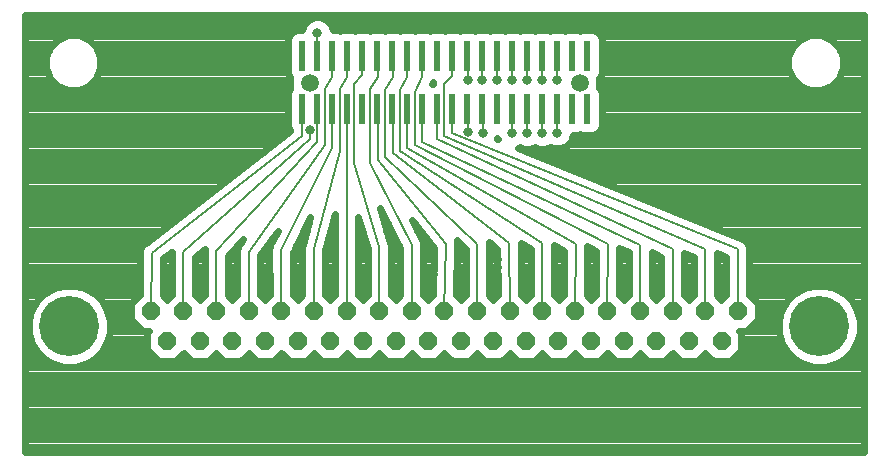
<source format=gtl>
G75*
%MOIN*%
%OFA0B0*%
%FSLAX25Y25*%
%IPPOS*%
%LPD*%
%AMOC8*
5,1,8,0,0,1.08239X$1,22.5*
%
%ADD10R,0.02362X0.09843*%
%ADD11C,0.05937*%
%ADD12OC8,0.06000*%
%ADD13C,0.20000*%
%ADD14C,0.00500*%
%ADD15C,0.03181*%
%ADD16C,0.02400*%
D10*
X0131846Y0142583D03*
X0136846Y0142583D03*
X0141846Y0142583D03*
X0146846Y0142583D03*
X0151846Y0142583D03*
X0156846Y0142583D03*
X0161846Y0142583D03*
X0166846Y0142583D03*
X0171846Y0142583D03*
X0176846Y0142583D03*
X0181846Y0142583D03*
X0186846Y0142583D03*
X0191846Y0142583D03*
X0196846Y0142583D03*
X0201846Y0142583D03*
X0206846Y0142583D03*
X0211846Y0142583D03*
X0216846Y0142583D03*
X0221846Y0142583D03*
X0226846Y0142583D03*
X0226846Y0160497D03*
X0221846Y0160497D03*
X0216846Y0160497D03*
X0211846Y0160497D03*
X0206846Y0160497D03*
X0201846Y0160497D03*
X0196846Y0160497D03*
X0191846Y0160497D03*
X0186846Y0160497D03*
X0181846Y0160497D03*
X0176846Y0160497D03*
X0171846Y0160497D03*
X0166846Y0160497D03*
X0161846Y0160497D03*
X0156846Y0160497D03*
X0151846Y0160497D03*
X0146846Y0160497D03*
X0141846Y0160497D03*
X0136846Y0160497D03*
X0131846Y0160497D03*
D11*
X0134346Y0151540D03*
X0224346Y0151540D03*
D12*
X0222748Y0075300D03*
X0233548Y0075300D03*
X0244448Y0075300D03*
X0255348Y0075300D03*
X0266148Y0075300D03*
X0277048Y0075300D03*
X0271648Y0065300D03*
X0260748Y0065300D03*
X0249848Y0065300D03*
X0239048Y0065300D03*
X0228148Y0065300D03*
X0217248Y0065300D03*
X0206448Y0065300D03*
X0195548Y0065300D03*
X0184648Y0065300D03*
X0173848Y0065300D03*
X0162948Y0065300D03*
X0152048Y0065300D03*
X0141248Y0065300D03*
X0130348Y0065300D03*
X0119448Y0065300D03*
X0108548Y0065300D03*
X0097748Y0065300D03*
X0086848Y0065300D03*
X0081448Y0075300D03*
X0092248Y0075300D03*
X0103148Y0075300D03*
X0114048Y0075300D03*
X0124848Y0075300D03*
X0135748Y0075300D03*
X0146648Y0075300D03*
X0157548Y0075300D03*
X0168348Y0075300D03*
X0179248Y0075300D03*
X0190148Y0075300D03*
X0200948Y0075300D03*
X0211848Y0075300D03*
D13*
X0304248Y0070300D03*
X0054248Y0070300D03*
D14*
X0081448Y0075300D02*
X0081645Y0094823D01*
X0131768Y0133627D01*
X0131768Y0142505D01*
X0131846Y0142583D01*
X0136846Y0142583D02*
X0136886Y0142544D01*
X0136886Y0131757D01*
X0103148Y0095263D01*
X0103148Y0075300D01*
X0092248Y0075300D02*
X0092248Y0094993D01*
X0134425Y0132741D01*
X0134425Y0135694D01*
X0139346Y0130772D02*
X0139346Y0149473D01*
X0141807Y0153410D01*
X0141807Y0160457D01*
X0141846Y0160497D01*
X0146728Y0160379D02*
X0146846Y0160497D01*
X0146728Y0160379D02*
X0146728Y0153410D01*
X0144268Y0149473D01*
X0144268Y0128706D01*
X0135748Y0096072D01*
X0135748Y0075300D01*
X0124848Y0075300D02*
X0124750Y0095802D01*
X0141807Y0129788D01*
X0141807Y0142544D01*
X0141846Y0142583D01*
X0146648Y0142385D02*
X0146846Y0142583D01*
X0146648Y0142385D02*
X0146648Y0075300D01*
X0157548Y0075300D02*
X0157548Y0096626D01*
X0149189Y0124769D01*
X0149189Y0150950D01*
X0151846Y0154099D01*
X0151846Y0160497D01*
X0156846Y0160497D02*
X0156965Y0159828D01*
X0156965Y0153410D01*
X0154307Y0149375D01*
X0154307Y0124769D01*
X0168348Y0097342D01*
X0168348Y0075300D01*
X0179248Y0075300D02*
X0179642Y0097761D01*
X0157260Y0125851D01*
X0156965Y0142465D01*
X0156846Y0142583D01*
X0161846Y0142583D02*
X0161984Y0142721D01*
X0161984Y0127918D01*
X0200751Y0098108D01*
X0200948Y0075300D01*
X0190148Y0075300D02*
X0190148Y0097786D01*
X0159524Y0126835D01*
X0159524Y0149178D01*
X0161984Y0153410D01*
X0161984Y0160359D01*
X0161846Y0160497D01*
X0166846Y0160497D02*
X0166906Y0160438D01*
X0166906Y0153410D01*
X0164445Y0148981D01*
X0164445Y0128902D01*
X0211848Y0098035D01*
X0211848Y0075300D01*
X0222748Y0075300D02*
X0222945Y0097666D01*
X0166906Y0129887D01*
X0166906Y0142524D01*
X0166846Y0142583D01*
X0171827Y0142564D02*
X0171846Y0142583D01*
X0171827Y0142564D02*
X0171827Y0131757D01*
X0244524Y0097446D01*
X0244448Y0075300D01*
X0233548Y0075300D02*
X0233697Y0097741D01*
X0169366Y0130772D01*
X0169366Y0148489D01*
X0171827Y0153410D01*
X0171827Y0160477D01*
X0171846Y0160497D01*
X0181669Y0160320D02*
X0181669Y0153902D01*
X0179209Y0151146D01*
X0179209Y0133725D01*
X0266177Y0095969D01*
X0266148Y0075300D01*
X0277048Y0075300D02*
X0277004Y0095969D01*
X0181669Y0134709D01*
X0181669Y0142406D01*
X0181846Y0142583D01*
X0176846Y0142583D02*
X0176748Y0142485D01*
X0176748Y0132741D01*
X0255350Y0095969D01*
X0255348Y0075300D01*
X0216906Y0134808D02*
X0216906Y0142328D01*
X0216846Y0142583D01*
X0211846Y0142583D02*
X0211689Y0142426D01*
X0211689Y0134709D01*
X0206768Y0134611D02*
X0206768Y0142505D01*
X0206846Y0142583D01*
X0201846Y0142583D02*
X0201846Y0134611D01*
X0192004Y0134709D02*
X0192004Y0142426D01*
X0191846Y0142583D01*
X0187083Y0142347D02*
X0186846Y0142583D01*
X0187083Y0142347D02*
X0187083Y0135202D01*
X0187083Y0152524D02*
X0187083Y0160261D01*
X0186846Y0160497D01*
X0186591Y0160241D01*
X0181846Y0160497D02*
X0181669Y0160320D01*
X0191807Y0160457D02*
X0191807Y0152426D01*
X0196925Y0152524D02*
X0196925Y0160418D01*
X0196846Y0160497D01*
X0201846Y0160497D02*
X0201846Y0152426D01*
X0206768Y0152426D02*
X0206768Y0160418D01*
X0206846Y0160497D01*
X0211846Y0160497D02*
X0211886Y0160457D01*
X0211886Y0152426D01*
X0216807Y0152426D02*
X0216807Y0160457D01*
X0216846Y0160497D01*
X0191846Y0160497D02*
X0191807Y0160457D01*
X0139346Y0130772D02*
X0113950Y0095238D01*
X0114048Y0075300D01*
X0136846Y0160497D02*
X0136886Y0160536D01*
X0136886Y0168174D01*
D15*
X0136886Y0168174D03*
X0134425Y0135694D03*
X0187083Y0135202D03*
X0192004Y0134709D03*
X0201846Y0134611D03*
X0206768Y0134611D03*
X0211689Y0134709D03*
X0216906Y0134808D03*
X0216807Y0152426D03*
X0211886Y0152426D03*
X0206768Y0152426D03*
X0201846Y0152426D03*
X0196925Y0152524D03*
X0191807Y0152426D03*
X0187083Y0152524D03*
D16*
X0039354Y0174170D02*
X0039354Y0028319D01*
X0319063Y0028319D01*
X0319063Y0174170D01*
X0039354Y0174170D01*
X0039354Y0174136D02*
X0319063Y0174136D01*
X0319063Y0171738D02*
X0140663Y0171738D01*
X0141286Y0171114D02*
X0139826Y0172574D01*
X0137918Y0173365D01*
X0135853Y0173365D01*
X0133946Y0172574D01*
X0132485Y0171114D01*
X0131695Y0169206D01*
X0131695Y0169018D01*
X0129949Y0169018D01*
X0128626Y0168470D01*
X0127613Y0167457D01*
X0127065Y0166134D01*
X0127065Y0154859D01*
X0127613Y0153536D01*
X0127932Y0153218D01*
X0127778Y0152847D01*
X0127778Y0150234D01*
X0127932Y0149862D01*
X0127613Y0149544D01*
X0127065Y0148221D01*
X0127065Y0136946D01*
X0127613Y0135623D01*
X0127807Y0135429D01*
X0079711Y0098195D01*
X0079497Y0098109D01*
X0079111Y0097730D01*
X0078682Y0097398D01*
X0078568Y0097198D01*
X0078403Y0097036D01*
X0078191Y0096538D01*
X0077922Y0096069D01*
X0077893Y0095840D01*
X0077803Y0095627D01*
X0077797Y0095086D01*
X0077729Y0094549D01*
X0077790Y0094327D01*
X0077654Y0080839D01*
X0074848Y0078034D01*
X0074848Y0072566D01*
X0078714Y0068700D01*
X0080914Y0068700D01*
X0080248Y0068034D01*
X0080248Y0062566D01*
X0084114Y0058700D01*
X0089582Y0058700D01*
X0092298Y0061416D01*
X0095014Y0058700D01*
X0100482Y0058700D01*
X0103148Y0061366D01*
X0105814Y0058700D01*
X0111282Y0058700D01*
X0113998Y0061416D01*
X0116714Y0058700D01*
X0122182Y0058700D01*
X0124898Y0061416D01*
X0127614Y0058700D01*
X0133082Y0058700D01*
X0135798Y0061416D01*
X0138514Y0058700D01*
X0143982Y0058700D01*
X0146648Y0061366D01*
X0149314Y0058700D01*
X0154782Y0058700D01*
X0157498Y0061416D01*
X0160214Y0058700D01*
X0165682Y0058700D01*
X0168398Y0061416D01*
X0171114Y0058700D01*
X0176582Y0058700D01*
X0179248Y0061366D01*
X0181914Y0058700D01*
X0187382Y0058700D01*
X0190098Y0061416D01*
X0192814Y0058700D01*
X0198282Y0058700D01*
X0200998Y0061416D01*
X0203714Y0058700D01*
X0209182Y0058700D01*
X0211848Y0061366D01*
X0214514Y0058700D01*
X0219982Y0058700D01*
X0222698Y0061416D01*
X0225414Y0058700D01*
X0230882Y0058700D01*
X0233598Y0061416D01*
X0236314Y0058700D01*
X0241782Y0058700D01*
X0244448Y0061366D01*
X0247114Y0058700D01*
X0252582Y0058700D01*
X0255298Y0061416D01*
X0258014Y0058700D01*
X0263482Y0058700D01*
X0266198Y0061416D01*
X0268914Y0058700D01*
X0274382Y0058700D01*
X0278248Y0062566D01*
X0278248Y0068034D01*
X0277582Y0068700D01*
X0279782Y0068700D01*
X0283648Y0072566D01*
X0283648Y0078034D01*
X0280886Y0080796D01*
X0280856Y0095221D01*
X0280859Y0095229D01*
X0280854Y0095988D01*
X0280852Y0096743D01*
X0280849Y0096752D01*
X0280849Y0096761D01*
X0280554Y0097460D01*
X0280263Y0098157D01*
X0280257Y0098164D01*
X0280253Y0098172D01*
X0279714Y0098704D01*
X0279178Y0099238D01*
X0279169Y0099241D01*
X0279163Y0099248D01*
X0278461Y0099533D01*
X0277762Y0099821D01*
X0277752Y0099821D01*
X0203885Y0129837D01*
X0204307Y0130012D01*
X0205735Y0129420D01*
X0207800Y0129420D01*
X0209347Y0130061D01*
X0210656Y0129519D01*
X0212721Y0129519D01*
X0214416Y0130221D01*
X0215873Y0129617D01*
X0217938Y0129617D01*
X0219846Y0130408D01*
X0221306Y0131868D01*
X0222096Y0133775D01*
X0222096Y0134062D01*
X0223744Y0134062D01*
X0224346Y0134312D01*
X0224949Y0134062D01*
X0228744Y0134062D01*
X0230067Y0134610D01*
X0231079Y0135623D01*
X0231628Y0136946D01*
X0231628Y0148221D01*
X0231079Y0149544D01*
X0230761Y0149862D01*
X0230915Y0150234D01*
X0230915Y0152847D01*
X0230761Y0153218D01*
X0231079Y0153536D01*
X0231628Y0154859D01*
X0231628Y0166134D01*
X0231079Y0167457D01*
X0230067Y0168470D01*
X0228744Y0169018D01*
X0224949Y0169018D01*
X0224346Y0168768D01*
X0223744Y0169018D01*
X0219949Y0169018D01*
X0219346Y0168768D01*
X0218744Y0169018D01*
X0214949Y0169018D01*
X0214346Y0168768D01*
X0213744Y0169018D01*
X0209949Y0169018D01*
X0209346Y0168768D01*
X0208744Y0169018D01*
X0204949Y0169018D01*
X0204346Y0168768D01*
X0203744Y0169018D01*
X0199949Y0169018D01*
X0199346Y0168768D01*
X0198744Y0169018D01*
X0194949Y0169018D01*
X0194346Y0168768D01*
X0193744Y0169018D01*
X0189949Y0169018D01*
X0189346Y0168768D01*
X0188744Y0169018D01*
X0184949Y0169018D01*
X0184346Y0168768D01*
X0183744Y0169018D01*
X0179949Y0169018D01*
X0179346Y0168768D01*
X0178744Y0169018D01*
X0174949Y0169018D01*
X0174346Y0168768D01*
X0173744Y0169018D01*
X0169949Y0169018D01*
X0169346Y0168768D01*
X0168744Y0169018D01*
X0164949Y0169018D01*
X0164346Y0168768D01*
X0163744Y0169018D01*
X0159949Y0169018D01*
X0159346Y0168768D01*
X0158744Y0169018D01*
X0154949Y0169018D01*
X0154346Y0168768D01*
X0153744Y0169018D01*
X0149949Y0169018D01*
X0149346Y0168768D01*
X0148744Y0169018D01*
X0144949Y0169018D01*
X0144346Y0168768D01*
X0143744Y0169018D01*
X0142076Y0169018D01*
X0142076Y0169206D01*
X0141286Y0171114D01*
X0142021Y0169339D02*
X0319063Y0169339D01*
X0319063Y0166941D02*
X0305664Y0166941D01*
X0304840Y0167282D02*
X0301215Y0167282D01*
X0297866Y0165895D01*
X0295303Y0163331D01*
X0293916Y0159983D01*
X0293916Y0156358D01*
X0295303Y0153009D01*
X0297866Y0150445D01*
X0301215Y0149058D01*
X0304840Y0149058D01*
X0308189Y0150445D01*
X0310752Y0153009D01*
X0312139Y0156358D01*
X0312139Y0159983D01*
X0310752Y0163331D01*
X0308189Y0165895D01*
X0304840Y0167282D01*
X0300391Y0166941D02*
X0231293Y0166941D01*
X0231628Y0164542D02*
X0296514Y0164542D01*
X0294811Y0162144D02*
X0231628Y0162144D01*
X0231628Y0159745D02*
X0293916Y0159745D01*
X0293916Y0157347D02*
X0231628Y0157347D01*
X0231628Y0154948D02*
X0294500Y0154948D01*
X0295762Y0152550D02*
X0230915Y0152550D01*
X0230881Y0150151D02*
X0298577Y0150151D01*
X0307478Y0150151D02*
X0319063Y0150151D01*
X0319063Y0147753D02*
X0231628Y0147753D01*
X0231628Y0145354D02*
X0319063Y0145354D01*
X0319063Y0142956D02*
X0231628Y0142956D01*
X0231628Y0140557D02*
X0319063Y0140557D01*
X0319063Y0138159D02*
X0231628Y0138159D01*
X0231136Y0135760D02*
X0319063Y0135760D01*
X0319063Y0133362D02*
X0221925Y0133362D01*
X0220401Y0130963D02*
X0319063Y0130963D01*
X0319063Y0128565D02*
X0207018Y0128565D01*
X0212920Y0126166D02*
X0319063Y0126166D01*
X0319063Y0123768D02*
X0218823Y0123768D01*
X0224725Y0121369D02*
X0319063Y0121369D01*
X0319063Y0118970D02*
X0230628Y0118970D01*
X0236530Y0116572D02*
X0319063Y0116572D01*
X0319063Y0114173D02*
X0242432Y0114173D01*
X0248335Y0111775D02*
X0319063Y0111775D01*
X0319063Y0109376D02*
X0254237Y0109376D01*
X0260140Y0106978D02*
X0319063Y0106978D01*
X0319063Y0104579D02*
X0266042Y0104579D01*
X0271945Y0102181D02*
X0319063Y0102181D01*
X0319063Y0099782D02*
X0277855Y0099782D01*
X0280586Y0097384D02*
X0319063Y0097384D01*
X0319063Y0094985D02*
X0280856Y0094985D01*
X0280861Y0092587D02*
X0319063Y0092587D01*
X0319063Y0090188D02*
X0280866Y0090188D01*
X0280871Y0087790D02*
X0319063Y0087790D01*
X0319063Y0085391D02*
X0280877Y0085391D01*
X0280882Y0082993D02*
X0299072Y0082993D01*
X0298999Y0082973D02*
X0295897Y0081183D01*
X0293365Y0078651D01*
X0291575Y0075549D01*
X0290648Y0072090D01*
X0290648Y0068510D01*
X0291575Y0065051D01*
X0293365Y0061949D01*
X0295897Y0059417D01*
X0298999Y0057627D01*
X0302458Y0056700D01*
X0306039Y0056700D01*
X0309497Y0057627D01*
X0312599Y0059417D01*
X0315131Y0061949D01*
X0316921Y0065051D01*
X0317848Y0068510D01*
X0317848Y0072090D01*
X0316921Y0075549D01*
X0315131Y0078651D01*
X0312599Y0081183D01*
X0309497Y0082973D01*
X0306039Y0083900D01*
X0302458Y0083900D01*
X0298999Y0082973D01*
X0295309Y0080594D02*
X0281088Y0080594D01*
X0283486Y0078196D02*
X0293103Y0078196D01*
X0291718Y0075797D02*
X0283648Y0075797D01*
X0283648Y0073399D02*
X0290999Y0073399D01*
X0290648Y0071000D02*
X0282082Y0071000D01*
X0277680Y0068602D02*
X0290648Y0068602D01*
X0291266Y0066203D02*
X0278248Y0066203D01*
X0278248Y0063805D02*
X0292294Y0063805D01*
X0293909Y0061406D02*
X0277088Y0061406D01*
X0274690Y0059008D02*
X0296607Y0059008D01*
X0311889Y0059008D02*
X0319063Y0059008D01*
X0319063Y0061406D02*
X0314588Y0061406D01*
X0316202Y0063805D02*
X0319063Y0063805D01*
X0319063Y0066203D02*
X0317230Y0066203D01*
X0317848Y0068602D02*
X0319063Y0068602D01*
X0319063Y0071000D02*
X0317848Y0071000D01*
X0317497Y0073399D02*
X0319063Y0073399D01*
X0319063Y0075797D02*
X0316778Y0075797D01*
X0315393Y0078196D02*
X0319063Y0078196D01*
X0319063Y0080594D02*
X0313187Y0080594D01*
X0309424Y0082993D02*
X0319063Y0082993D01*
X0319063Y0056609D02*
X0039354Y0056609D01*
X0039354Y0054211D02*
X0319063Y0054211D01*
X0319063Y0051812D02*
X0039354Y0051812D01*
X0039354Y0049414D02*
X0319063Y0049414D01*
X0319063Y0047015D02*
X0039354Y0047015D01*
X0039354Y0044617D02*
X0319063Y0044617D01*
X0319063Y0042218D02*
X0039354Y0042218D01*
X0039354Y0039820D02*
X0319063Y0039820D01*
X0319063Y0037421D02*
X0039354Y0037421D01*
X0039354Y0035023D02*
X0319063Y0035023D01*
X0319063Y0032624D02*
X0039354Y0032624D01*
X0039354Y0030226D02*
X0319063Y0030226D01*
X0268607Y0059008D02*
X0263790Y0059008D01*
X0266188Y0061406D02*
X0266208Y0061406D01*
X0257707Y0059008D02*
X0252890Y0059008D01*
X0255288Y0061406D02*
X0255308Y0061406D01*
X0246807Y0059008D02*
X0242090Y0059008D01*
X0236007Y0059008D02*
X0231190Y0059008D01*
X0233588Y0061406D02*
X0233608Y0061406D01*
X0225107Y0059008D02*
X0220290Y0059008D01*
X0222688Y0061406D02*
X0222708Y0061406D01*
X0214207Y0059008D02*
X0209490Y0059008D01*
X0203407Y0059008D02*
X0198590Y0059008D01*
X0200988Y0061406D02*
X0201008Y0061406D01*
X0192507Y0059008D02*
X0187690Y0059008D01*
X0190088Y0061406D02*
X0190108Y0061406D01*
X0181607Y0059008D02*
X0176890Y0059008D01*
X0170807Y0059008D02*
X0165990Y0059008D01*
X0168388Y0061406D02*
X0168408Y0061406D01*
X0159907Y0059008D02*
X0155090Y0059008D01*
X0157488Y0061406D02*
X0157508Y0061406D01*
X0149007Y0059008D02*
X0144290Y0059008D01*
X0138207Y0059008D02*
X0133390Y0059008D01*
X0135788Y0061406D02*
X0135808Y0061406D01*
X0127307Y0059008D02*
X0122490Y0059008D01*
X0124888Y0061406D02*
X0124908Y0061406D01*
X0116407Y0059008D02*
X0111590Y0059008D01*
X0113988Y0061406D02*
X0114008Y0061406D01*
X0105507Y0059008D02*
X0100790Y0059008D01*
X0094707Y0059008D02*
X0089890Y0059008D01*
X0092288Y0061406D02*
X0092308Y0061406D01*
X0083807Y0059008D02*
X0061889Y0059008D01*
X0062599Y0059417D02*
X0059497Y0057627D01*
X0056039Y0056700D01*
X0052458Y0056700D01*
X0048999Y0057627D01*
X0045897Y0059417D01*
X0043365Y0061949D01*
X0041575Y0065051D01*
X0040648Y0068510D01*
X0040648Y0072090D01*
X0041575Y0075549D01*
X0043365Y0078651D01*
X0045897Y0081183D01*
X0048999Y0082973D01*
X0052458Y0083900D01*
X0056039Y0083900D01*
X0059497Y0082973D01*
X0062599Y0081183D01*
X0065131Y0078651D01*
X0066921Y0075549D01*
X0067848Y0072090D01*
X0067848Y0068510D01*
X0066921Y0065051D01*
X0065131Y0061949D01*
X0062599Y0059417D01*
X0064588Y0061406D02*
X0081408Y0061406D01*
X0080248Y0063805D02*
X0066202Y0063805D01*
X0067230Y0066203D02*
X0080248Y0066203D01*
X0080816Y0068602D02*
X0067848Y0068602D01*
X0067848Y0071000D02*
X0076414Y0071000D01*
X0074848Y0073399D02*
X0067497Y0073399D01*
X0066778Y0075797D02*
X0074848Y0075797D01*
X0075010Y0078196D02*
X0065393Y0078196D01*
X0063187Y0080594D02*
X0077409Y0080594D01*
X0077675Y0082993D02*
X0059424Y0082993D01*
X0049072Y0082993D02*
X0039354Y0082993D01*
X0039354Y0085391D02*
X0077700Y0085391D01*
X0077724Y0087790D02*
X0039354Y0087790D01*
X0039354Y0090188D02*
X0077748Y0090188D01*
X0077772Y0092587D02*
X0039354Y0092587D01*
X0039354Y0094985D02*
X0077785Y0094985D01*
X0078674Y0097384D02*
X0039354Y0097384D01*
X0039354Y0099782D02*
X0081762Y0099782D01*
X0084860Y0102181D02*
X0039354Y0102181D01*
X0039354Y0104579D02*
X0087958Y0104579D01*
X0091056Y0106978D02*
X0039354Y0106978D01*
X0039354Y0109376D02*
X0094155Y0109376D01*
X0097253Y0111775D02*
X0039354Y0111775D01*
X0039354Y0114173D02*
X0100351Y0114173D01*
X0103449Y0116572D02*
X0039354Y0116572D01*
X0039354Y0118970D02*
X0106547Y0118970D01*
X0109645Y0121369D02*
X0039354Y0121369D01*
X0039354Y0123768D02*
X0112743Y0123768D01*
X0115842Y0126166D02*
X0039354Y0126166D01*
X0039354Y0128565D02*
X0118940Y0128565D01*
X0122038Y0130963D02*
X0039354Y0130963D01*
X0039354Y0133362D02*
X0125136Y0133362D01*
X0127557Y0135760D02*
X0039354Y0135760D01*
X0039354Y0138159D02*
X0127065Y0138159D01*
X0127065Y0140557D02*
X0039354Y0140557D01*
X0039354Y0142956D02*
X0127065Y0142956D01*
X0127065Y0145354D02*
X0039354Y0145354D01*
X0039354Y0147753D02*
X0127065Y0147753D01*
X0127812Y0150151D02*
X0059973Y0150151D01*
X0060646Y0150430D02*
X0063209Y0152993D01*
X0064596Y0156342D01*
X0064596Y0159967D01*
X0063209Y0163316D01*
X0060646Y0165879D01*
X0057297Y0167266D01*
X0053672Y0167266D01*
X0050323Y0165879D01*
X0047760Y0163316D01*
X0046372Y0159967D01*
X0046372Y0156342D01*
X0047760Y0152993D01*
X0050323Y0150430D01*
X0053672Y0149043D01*
X0057297Y0149043D01*
X0060646Y0150430D01*
X0062766Y0152550D02*
X0127778Y0152550D01*
X0127065Y0154948D02*
X0064019Y0154948D01*
X0064596Y0157347D02*
X0127065Y0157347D01*
X0127065Y0159745D02*
X0064596Y0159745D01*
X0063694Y0162144D02*
X0127065Y0162144D01*
X0127065Y0164542D02*
X0061982Y0164542D01*
X0058082Y0166941D02*
X0127399Y0166941D01*
X0131750Y0169339D02*
X0039354Y0169339D01*
X0039354Y0166941D02*
X0052886Y0166941D01*
X0048986Y0164542D02*
X0039354Y0164542D01*
X0039354Y0162144D02*
X0047274Y0162144D01*
X0046372Y0159745D02*
X0039354Y0159745D01*
X0039354Y0157347D02*
X0046372Y0157347D01*
X0046950Y0154948D02*
X0039354Y0154948D01*
X0039354Y0152550D02*
X0048203Y0152550D01*
X0050995Y0150151D02*
X0039354Y0150151D01*
X0039354Y0171738D02*
X0133109Y0171738D01*
X0174978Y0151105D02*
X0175355Y0151105D01*
X0175322Y0151693D01*
X0175359Y0151800D01*
X0175359Y0151865D01*
X0175331Y0151811D01*
X0175091Y0151229D01*
X0174991Y0151130D01*
X0174978Y0151105D01*
X0196905Y0132978D02*
X0197056Y0132613D01*
X0196797Y0132718D01*
X0196905Y0132978D01*
X0168396Y0105696D02*
X0175768Y0096444D01*
X0175495Y0080881D01*
X0173798Y0079184D01*
X0172198Y0080784D01*
X0172198Y0096736D01*
X0172247Y0096888D01*
X0172198Y0097497D01*
X0172198Y0098108D01*
X0172137Y0098255D01*
X0172124Y0098414D01*
X0171846Y0098958D01*
X0171612Y0099523D01*
X0171499Y0099636D01*
X0168396Y0105696D01*
X0168968Y0104579D02*
X0169286Y0104579D01*
X0170196Y0102181D02*
X0171197Y0102181D01*
X0171424Y0099782D02*
X0173108Y0099782D01*
X0172207Y0097384D02*
X0175019Y0097384D01*
X0175743Y0094985D02*
X0172198Y0094985D01*
X0172198Y0092587D02*
X0175700Y0092587D01*
X0175658Y0090188D02*
X0172198Y0090188D01*
X0172198Y0087790D02*
X0175616Y0087790D01*
X0175574Y0085391D02*
X0172198Y0085391D01*
X0172198Y0082993D02*
X0175532Y0082993D01*
X0175209Y0080594D02*
X0172388Y0080594D01*
X0164498Y0080784D02*
X0164498Y0096414D01*
X0157660Y0109771D01*
X0161182Y0097914D01*
X0161398Y0097392D01*
X0161398Y0097186D01*
X0161457Y0096988D01*
X0161398Y0096426D01*
X0161398Y0080784D01*
X0162948Y0079234D01*
X0164498Y0080784D01*
X0164309Y0080594D02*
X0161588Y0080594D01*
X0161398Y0082993D02*
X0164498Y0082993D01*
X0164498Y0085391D02*
X0161398Y0085391D01*
X0161398Y0087790D02*
X0164498Y0087790D01*
X0164498Y0090188D02*
X0161398Y0090188D01*
X0161398Y0092587D02*
X0164498Y0092587D01*
X0164498Y0094985D02*
X0161398Y0094985D01*
X0161398Y0097384D02*
X0164001Y0097384D01*
X0162773Y0099782D02*
X0160627Y0099782D01*
X0159914Y0102181D02*
X0161545Y0102181D01*
X0160318Y0104579D02*
X0159202Y0104579D01*
X0159090Y0106978D02*
X0158489Y0106978D01*
X0157862Y0109376D02*
X0157777Y0109376D01*
X0150498Y0106840D02*
X0153698Y0096066D01*
X0153698Y0080784D01*
X0152098Y0079184D01*
X0150498Y0080784D01*
X0150498Y0106840D01*
X0150498Y0104579D02*
X0151169Y0104579D01*
X0150498Y0102181D02*
X0151882Y0102181D01*
X0152594Y0099782D02*
X0150498Y0099782D01*
X0150498Y0097384D02*
X0153307Y0097384D01*
X0153698Y0094985D02*
X0150498Y0094985D01*
X0150498Y0092587D02*
X0153698Y0092587D01*
X0153698Y0090188D02*
X0150498Y0090188D01*
X0150498Y0087790D02*
X0153698Y0087790D01*
X0153698Y0085391D02*
X0150498Y0085391D01*
X0150498Y0082993D02*
X0153698Y0082993D01*
X0153509Y0080594D02*
X0150688Y0080594D01*
X0142798Y0080784D02*
X0141198Y0079184D01*
X0139598Y0080784D01*
X0139598Y0095577D01*
X0142798Y0107835D01*
X0142798Y0080784D01*
X0142609Y0080594D02*
X0139788Y0080594D01*
X0139598Y0082993D02*
X0142798Y0082993D01*
X0142798Y0085391D02*
X0139598Y0085391D01*
X0139598Y0087790D02*
X0142798Y0087790D01*
X0142798Y0090188D02*
X0139598Y0090188D01*
X0139598Y0092587D02*
X0142798Y0092587D01*
X0142798Y0094985D02*
X0139598Y0094985D01*
X0140070Y0097384D02*
X0142798Y0097384D01*
X0142798Y0099782D02*
X0140696Y0099782D01*
X0141322Y0102181D02*
X0142798Y0102181D01*
X0142798Y0104579D02*
X0141948Y0104579D01*
X0142574Y0106978D02*
X0142798Y0106978D01*
X0134562Y0106769D02*
X0132090Y0097300D01*
X0131898Y0096837D01*
X0131898Y0096566D01*
X0131829Y0096303D01*
X0131898Y0095807D01*
X0131898Y0080784D01*
X0130298Y0079184D01*
X0128672Y0080810D01*
X0128604Y0094898D01*
X0134562Y0106769D01*
X0133990Y0104579D02*
X0133463Y0104579D01*
X0133364Y0102181D02*
X0132259Y0102181D01*
X0132738Y0099782D02*
X0131055Y0099782D01*
X0132112Y0097384D02*
X0129851Y0097384D01*
X0128648Y0094985D02*
X0131898Y0094985D01*
X0131898Y0092587D02*
X0128615Y0092587D01*
X0128627Y0090188D02*
X0131898Y0090188D01*
X0131898Y0087790D02*
X0128638Y0087790D01*
X0128650Y0085391D02*
X0131898Y0085391D01*
X0131898Y0082993D02*
X0128661Y0082993D01*
X0128888Y0080594D02*
X0131709Y0080594D01*
X0120972Y0080758D02*
X0119448Y0079234D01*
X0117871Y0080811D01*
X0117806Y0094012D01*
X0123643Y0102179D01*
X0121583Y0098076D01*
X0121475Y0097967D01*
X0121242Y0097396D01*
X0120965Y0096844D01*
X0120954Y0096691D01*
X0120896Y0096549D01*
X0120899Y0095932D01*
X0120854Y0095316D01*
X0120903Y0095171D01*
X0120972Y0080758D01*
X0120809Y0080594D02*
X0118088Y0080594D01*
X0117860Y0082993D02*
X0120961Y0082993D01*
X0120950Y0085391D02*
X0117848Y0085391D01*
X0117836Y0087790D02*
X0120938Y0087790D01*
X0120927Y0090188D02*
X0117825Y0090188D01*
X0117813Y0092587D02*
X0120915Y0092587D01*
X0120903Y0094985D02*
X0118501Y0094985D01*
X0120216Y0097384D02*
X0121236Y0097384D01*
X0121930Y0099782D02*
X0122440Y0099782D01*
X0112112Y0099287D02*
X0110997Y0097727D01*
X0110675Y0097402D01*
X0110556Y0097110D01*
X0110372Y0096853D01*
X0110269Y0096408D01*
X0110096Y0095985D01*
X0110097Y0095669D01*
X0110026Y0095361D01*
X0110101Y0094910D01*
X0110171Y0080757D01*
X0108598Y0079184D01*
X0106998Y0080784D01*
X0106998Y0093756D01*
X0112112Y0099287D01*
X0110667Y0097384D02*
X0110352Y0097384D01*
X0110089Y0094985D02*
X0108135Y0094985D01*
X0106998Y0092587D02*
X0110113Y0092587D01*
X0110124Y0090188D02*
X0106998Y0090188D01*
X0106998Y0087790D02*
X0110136Y0087790D01*
X0110148Y0085391D02*
X0106998Y0085391D01*
X0106998Y0082993D02*
X0110160Y0082993D01*
X0110009Y0080594D02*
X0107188Y0080594D01*
X0099298Y0080784D02*
X0097698Y0079184D01*
X0096098Y0080784D01*
X0096098Y0093272D01*
X0099368Y0096199D01*
X0099298Y0096029D01*
X0099298Y0095951D01*
X0099271Y0095877D01*
X0099298Y0095187D01*
X0099298Y0080784D01*
X0099109Y0080594D02*
X0096288Y0080594D01*
X0096098Y0082993D02*
X0099298Y0082993D01*
X0099298Y0085391D02*
X0096098Y0085391D01*
X0096098Y0087790D02*
X0099298Y0087790D01*
X0099298Y0090188D02*
X0096098Y0090188D01*
X0096098Y0092587D02*
X0099298Y0092587D01*
X0099298Y0094985D02*
X0098013Y0094985D01*
X0088398Y0095100D02*
X0088362Y0094441D01*
X0088398Y0094337D01*
X0088398Y0080784D01*
X0086848Y0079234D01*
X0085353Y0080729D01*
X0085476Y0092920D01*
X0088398Y0095182D01*
X0088398Y0095100D01*
X0088392Y0094985D02*
X0088144Y0094985D01*
X0088398Y0092587D02*
X0085473Y0092587D01*
X0085448Y0090188D02*
X0088398Y0090188D01*
X0088398Y0087790D02*
X0085424Y0087790D01*
X0085400Y0085391D02*
X0088398Y0085391D01*
X0088398Y0082993D02*
X0085376Y0082993D01*
X0085488Y0080594D02*
X0088209Y0080594D01*
X0046607Y0059008D02*
X0039354Y0059008D01*
X0039354Y0061406D02*
X0043909Y0061406D01*
X0042294Y0063805D02*
X0039354Y0063805D01*
X0039354Y0066203D02*
X0041266Y0066203D01*
X0040648Y0068602D02*
X0039354Y0068602D01*
X0039354Y0071000D02*
X0040648Y0071000D01*
X0040999Y0073399D02*
X0039354Y0073399D01*
X0039354Y0075797D02*
X0041718Y0075797D01*
X0043103Y0078196D02*
X0039354Y0078196D01*
X0039354Y0080594D02*
X0045309Y0080594D01*
X0183193Y0080689D02*
X0183488Y0097510D01*
X0183553Y0098089D01*
X0183501Y0098270D01*
X0183505Y0098459D01*
X0183302Y0098973D01*
X0186298Y0096131D01*
X0186298Y0080784D01*
X0184698Y0079184D01*
X0183193Y0080689D01*
X0183288Y0080594D02*
X0186109Y0080594D01*
X0186298Y0082993D02*
X0183233Y0082993D01*
X0183275Y0085391D02*
X0186298Y0085391D01*
X0186298Y0087790D02*
X0183318Y0087790D01*
X0183360Y0090188D02*
X0186298Y0090188D01*
X0186298Y0092587D02*
X0183402Y0092587D01*
X0183444Y0094985D02*
X0186298Y0094985D01*
X0184977Y0097384D02*
X0183486Y0097384D01*
X0193998Y0097073D02*
X0194017Y0097122D01*
X0193998Y0097837D01*
X0193998Y0098444D01*
X0196918Y0096199D01*
X0197051Y0080737D01*
X0195548Y0079234D01*
X0193998Y0080784D01*
X0193998Y0097073D01*
X0194010Y0097384D02*
X0195377Y0097384D01*
X0193998Y0094985D02*
X0196928Y0094985D01*
X0196949Y0092587D02*
X0193998Y0092587D01*
X0193998Y0090188D02*
X0196969Y0090188D01*
X0196990Y0087790D02*
X0193998Y0087790D01*
X0193998Y0085391D02*
X0197011Y0085391D01*
X0197031Y0082993D02*
X0193998Y0082993D01*
X0194188Y0080594D02*
X0196909Y0080594D01*
X0204750Y0080831D02*
X0204606Y0097615D01*
X0204668Y0097847D01*
X0204630Y0098141D01*
X0207998Y0095947D01*
X0207998Y0080784D01*
X0206398Y0079184D01*
X0204750Y0080831D01*
X0204988Y0080594D02*
X0207809Y0080594D01*
X0207998Y0082993D02*
X0204732Y0082993D01*
X0204711Y0085391D02*
X0207998Y0085391D01*
X0207998Y0087790D02*
X0204690Y0087790D01*
X0204670Y0090188D02*
X0207998Y0090188D01*
X0207998Y0092587D02*
X0204649Y0092587D01*
X0204628Y0094985D02*
X0207998Y0094985D01*
X0205792Y0097384D02*
X0204608Y0097384D01*
X0215698Y0097384D02*
X0215712Y0097384D01*
X0215698Y0097392D02*
X0219075Y0095450D01*
X0218947Y0080832D01*
X0217298Y0079184D01*
X0215698Y0080784D01*
X0215698Y0097392D01*
X0215698Y0094985D02*
X0219071Y0094985D01*
X0219050Y0092587D02*
X0215698Y0092587D01*
X0215698Y0090188D02*
X0219029Y0090188D01*
X0219008Y0087790D02*
X0215698Y0087790D01*
X0215698Y0085391D02*
X0218987Y0085391D01*
X0218966Y0082993D02*
X0215698Y0082993D01*
X0215888Y0080594D02*
X0218709Y0080594D01*
X0226646Y0080736D02*
X0228148Y0079234D01*
X0229735Y0080820D01*
X0229831Y0095398D01*
X0226789Y0096960D01*
X0226646Y0080736D01*
X0226788Y0080594D02*
X0229509Y0080594D01*
X0229749Y0082993D02*
X0226666Y0082993D01*
X0226687Y0085391D02*
X0229765Y0085391D01*
X0229781Y0087790D02*
X0226708Y0087790D01*
X0226729Y0090188D02*
X0229797Y0090188D01*
X0229813Y0092587D02*
X0226750Y0092587D01*
X0226771Y0094985D02*
X0229829Y0094985D01*
X0237529Y0094985D02*
X0240665Y0094985D01*
X0240665Y0095009D02*
X0240617Y0080803D01*
X0238998Y0079184D01*
X0237434Y0080748D01*
X0237539Y0096485D01*
X0240665Y0095009D01*
X0240657Y0092587D02*
X0237513Y0092587D01*
X0237497Y0090188D02*
X0240649Y0090188D01*
X0240641Y0087790D02*
X0237481Y0087790D01*
X0237465Y0085391D02*
X0240632Y0085391D01*
X0240624Y0082993D02*
X0237449Y0082993D01*
X0237588Y0080594D02*
X0240409Y0080594D01*
X0248317Y0080765D02*
X0248365Y0094987D01*
X0251500Y0093520D01*
X0251499Y0080784D01*
X0249898Y0079184D01*
X0248317Y0080765D01*
X0248488Y0080594D02*
X0251309Y0080594D01*
X0251499Y0082993D02*
X0248324Y0082993D01*
X0248332Y0085391D02*
X0251499Y0085391D01*
X0251499Y0087790D02*
X0248341Y0087790D01*
X0248349Y0090188D02*
X0251500Y0090188D01*
X0251500Y0092587D02*
X0248357Y0092587D01*
X0248365Y0094985D02*
X0248368Y0094985D01*
X0259200Y0094801D02*
X0262324Y0093445D01*
X0262306Y0080792D01*
X0260748Y0079234D01*
X0259199Y0080783D01*
X0259200Y0094801D01*
X0259200Y0092587D02*
X0262322Y0092587D01*
X0262319Y0090188D02*
X0259200Y0090188D01*
X0259199Y0087790D02*
X0262316Y0087790D01*
X0262312Y0085391D02*
X0259199Y0085391D01*
X0259199Y0082993D02*
X0262309Y0082993D01*
X0262109Y0080594D02*
X0259388Y0080594D01*
X0270006Y0080776D02*
X0271598Y0079184D01*
X0273186Y0080772D01*
X0273159Y0093376D01*
X0270025Y0094649D01*
X0270006Y0080776D01*
X0270188Y0080594D02*
X0273009Y0080594D01*
X0273182Y0082993D02*
X0270009Y0082993D01*
X0270012Y0085391D02*
X0273176Y0085391D01*
X0273171Y0087790D02*
X0270016Y0087790D01*
X0270019Y0090188D02*
X0273166Y0090188D01*
X0273161Y0092587D02*
X0270022Y0092587D01*
X0310293Y0152550D02*
X0319063Y0152550D01*
X0319063Y0154948D02*
X0311556Y0154948D01*
X0312139Y0157347D02*
X0319063Y0157347D01*
X0319063Y0159745D02*
X0312139Y0159745D01*
X0311244Y0162144D02*
X0319063Y0162144D01*
X0319063Y0164542D02*
X0309541Y0164542D01*
M02*

</source>
